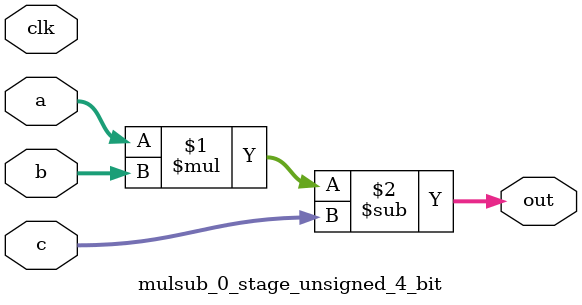
<source format=sv>
(* use_dsp = "yes" *) module mulsub_0_stage_unsigned_4_bit(
	input  [3:0] a,
	input  [3:0] b,
	input  [3:0] c,
	output [3:0] out,
	input clk);

	assign out = (a * b) - c;
endmodule

</source>
